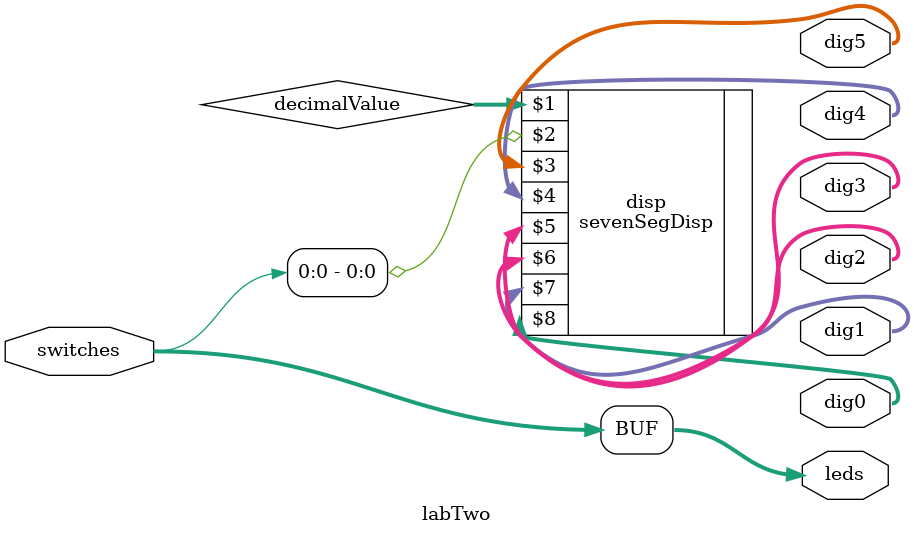
<source format=sv>
module labTwo(switches, leds, dig5, dig4, dig3, dig2, dig1, dig0);
	//since this is the top level, it should include all of your IO as ports
	//Inputs: switches
	input [9:0] switches;
	//Outputs: leds, 6 seven segment signals (dig5, dig4, dig3, dig2, dig1, dig0) that are 8 bits each
	output [9:0] leds;
	output [7:0] dig5, dig4, dig3, dig2, dig1, dig0;
	//Other reg/wires:
	reg [3:0] input5, input4, input3, input2, input1, input0; //These are inputs for your six seven-seg displays 
//	reg [19:0] decimalValue;
	reg [23:0] decimalValue;

	/*
	----------PART ONE----------
	Assign your LED pin outs based on your switch inputs. 
	This should be very simple (assign statements) and can go directly in the top level
	----------PART ONE----------
	*/
	assign leds[0] = switches[0];
	assign leds[1] = switches[1];
	assign leds[2] = switches[2];
	assign leds[3] = switches[3];
	assign leds[4] = switches[4];
	assign leds[5] = switches[5];
	assign leds[6] = switches[6];
	assign leds[7] = switches[7];
	assign leds[8] = switches[8];
	assign leds[9] = switches[9];
	/*
	----------PART TWO----------
	First, fill out the code for the sevenSegDigit module.

	Instantiate 6 copies of sevenSegDigit, using the dig5, dig4, etc as inputs like so:
	sevenSegDigit digit5(input5, dig5); //Instantiation of the leftmost seven-seg display. Note that dig5 should be connected to the pins corresponding to the leftmost display

	In an always_comb block, you can set inputs to these digits to numbers you want to check!

	After finishing part two, comment out these 6 instantiations and the logic to set the inputs so that it does not interfere with part three
	----------PART TWO----------
	*/
	
//	sevenSegDigit digit5(4'b0000, switches[0], 8'b11000000, dig5);
//	sevenSegDigit digit4(4'b0001, switches[0], 8'b10001001, dig4);
//	sevenSegDigit digit3(4'b0010, switches[0], 8'b10001110, dig3);
//	sevenSegDigit digit2(4'b0011, switches[0], 8'b11000001, dig2);
//	sevenSegDigit digit1(4'b0100, switches[0], 8'b11000110, dig1);
//	sevenSegDigit digit0(4'b0101, switches[0], 8'b11000110, dig0);

	sevenSegDisp disp(decimalValue, switches[0], dig5, dig4, dig3, dig2, dig1, dig0);

	/*
	----------PART FOUR----------
	First, fill out the code for the sevenSegDisp module.
	Instantiate the sevenSegDisp module using decimalValue as the input, and connecting the outputs to the six 8-bit seven segment display signal pins in your top level
	Instantiate miniALU with the appropriate signals from the switch inputs as inputs (based on the spec) and decimalValue as the output.
	----------PART FOUR----------
	*/
	
	// miniALU alu(switches[9:6], switches[5:2], switches[1], decimalValue);

	/*
	----------PART FIVE----------
	We've used 8 of the switches for inputs A and B that are four bits each. One switch is the operation.
	Now, the last switch will act as an enable for the display. If the last switch is high, the display should work as intended.
	If the last switch is low, the display should be blank regardless of the math in part four. 
	We want to add a step between the output for sevenSegDisp and the actual output that goes to the display that sets the actual output to drive a blank display if the switch is low.
	----------PART FIVE----------
	*/

endmodule
</source>
